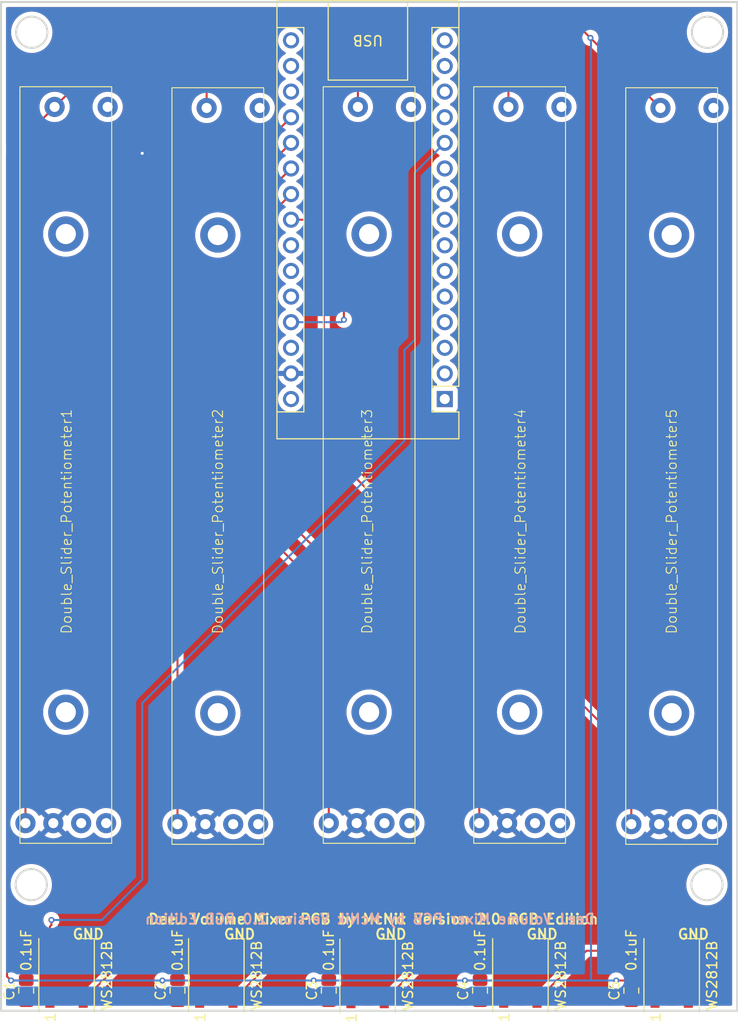
<source format=kicad_pcb>
(kicad_pcb (version 20240108) (generator "pcbnew") (generator_version "8.0")
  (layers (0 "F.Cu" signal) (31 "B.Cu" signal) (34 "B.Paste" user) (35 "F.Paste" user) (36 "B.SilkS" user "B.Silkscreen") (37 "F.SilkS" user "F.Silkscreen") (38 "B.Mask" user) (39 "F.Mask" user) (44 "Edge.Cuts" user))
  (net 0 "")
  (net 5 "Net-(A1-A4)")
  (net 6 "Net-(A1-A1)")
  (net 16 "Net-(A1-A0)")
  (net 18 "Net-(A1-D8)")
  (net 20 "Net-(A1-A2)")
  (net 21 "Net-(A1-A3)")
  (net 44 "GND")
  (net 45 "+5V")
  (net 46 "Net-(D1-VDD)")
  (net 47 "Net-(D2-VDD)")
  (net 48 "Net-(D3-VDD)")
  (net 49 "Net-(D4-VDD)")
  (net 50 "Net-(D5-VDD)")
  (net 51 "Net-(D1-DOUT)")
  (net 52 "Net-(D2-DOUT)")
  (net 53 "Net-(D3-DOUT)")
  (net 54 "Net-(D4-DOUT)")
  (footprint "Capacitor_SMD:C_0805_2012Metric_Pad1.18x1.45mm_HandSolder" (layer "F.Cu") (at 80.5 114.5 90)
    (property "Reference" "C3" (at 0 -1.68 -90) (layer "F.SilkS"))
    (property "Value" "0.1uF" (at 4 0 -90) (layer "F.SilkS"))
    (fp_line (start -0.261252 -0.735) (end 0.261252 -0.735) (stroke (width 0.12)) (layer "F.SilkS"))
    (fp_line (start -0.261252 0.735) (end 0.261252 0.735) (stroke (width 0.12)) (layer "F.SilkS"))
    (pad "1" smd roundrect (at -1.0375 0 90) (size 1.175 1.45) (layers "F.Cu" "F.Paste" "F.Mask") (roundrect_rratio 0.2127659574) (net 48 "Net-(D3-VDD)"))
    (pad "2" smd roundrect (at 1.0375 0 90) (size 1.175 1.45) (layers "F.Cu" "F.Paste" "F.Mask") (roundrect_rratio 0.2127659574) (net 45 "+5V"))
  )
  (footprint "Niks_Footprints:Potentiometer B103 Slider 75x9.1mm" (layer "F.Cu") (at 109.95 100)
    (property "Reference" "Double_Slider_Potentiometer5" (at 4.55 -32 90) (layer "F.SilkS") (effects (font (thickness 0.1))))
    (property "Value" "~")
    (fp_rect (start 0 -75) (end 9.1 0) (stroke (width 0.1)) (fill none) (layer "F.SilkS"))
    (pad "1" thru_hole circle (at 0.55 -2) (size 2 2) (drill 1) (layers "*.Cu" "*.Mask") (net 5 "Net-(A1-A4)"))
    (pad "2" thru_hole circle (at 3.312 -2) (size 2 2) (drill 1) (layers "*.Cu" "*.Mask") (net 44 "GND"))
    (pad "3" thru_hole circle (at 6.074 -2) (size 2 2) (drill 1) (layers "*.Cu" "*.Mask"))
    (pad "4" thru_hole circle (at 8.55 -2) (size 2 2) (drill 1) (layers "*.Cu" "*.Mask"))
    (pad "5" thru_hole circle (at 3.438 -73) (size 2 2) (drill 1) (layers "*.Cu" "*.Mask") (net 45 "+5V"))
    (pad "6" thru_hole circle (at 8.7 -73) (size 2 2) (drill 1) (layers "*.Cu" "*.Mask"))
    (pad "7" thru_hole circle (at 4.55 -13) (size 3.5 3.5) (drill 2) (layers "*.Cu" "*.Mask"))
    (pad "8" thru_hole circle (at 4.55 -60.4) (size 3.5 3.5) (drill 2) (layers "*.Cu" "*.Mask"))
  )
  (footprint "Capacitor_SMD:C_0805_2012Metric_Pad1.18x1.45mm_HandSolder" (layer "F.Cu") (at 65.5 114.5 90)
    (property "Reference" "C2" (at 0 -1.68 -90) (layer "F.SilkS"))
    (property "Value" "0.1uF" (at 4 0 -90) (layer "F.SilkS"))
    (fp_line (start -0.261252 -0.735) (end 0.261252 -0.735) (stroke (width 0.12)) (layer "F.SilkS"))
    (fp_line (start -0.261252 0.735) (end 0.261252 0.735) (stroke (width 0.12)) (layer "F.SilkS"))
    (pad "1" smd roundrect (at -1.0375 0 90) (size 1.175 1.45) (layers "F.Cu" "F.Paste" "F.Mask") (roundrect_rratio 0.2127659574) (net 47 "Net-(D2-VDD)"))
    (pad "2" smd roundrect (at 1.0375 0 90) (size 1.175 1.45) (layers "F.Cu" "F.Paste" "F.Mask") (roundrect_rratio 0.2127659574) (net 45 "+5V"))
  )
  (footprint "Capacitor_SMD:C_0805_2012Metric_Pad1.18x1.45mm_HandSolder" (layer "F.Cu") (at 95.5 114.5 90)
    (property "Reference" "C4" (at 0 -1.68 -90) (layer "F.SilkS"))
    (property "Value" "0.1uF" (at 4 0 -90) (layer "F.SilkS"))
    (fp_line (start -0.261252 -0.735) (end 0.261252 -0.735) (stroke (width 0.12)) (layer "F.SilkS"))
    (fp_line (start -0.261252 0.735) (end 0.261252 0.735) (stroke (width 0.12)) (layer "F.SilkS"))
    (pad "1" smd roundrect (at -1.0375 0 90) (size 1.175 1.45) (layers "F.Cu" "F.Paste" "F.Mask") (roundrect_rratio 0.2127659574) (net 49 "Net-(D4-VDD)"))
    (pad "2" smd roundrect (at 1.0375 0 90) (size 1.175 1.45) (layers "F.Cu" "F.Paste" "F.Mask") (roundrect_rratio 0.2127659574) (net 45 "+5V"))
  )
  (footprint "LED_SMD:LED_WS2812B_PLCC4_5.0x5.0mm_P3.2mm" (layer "F.Cu") (at 99.5 113 90)
    (property "Reference" "D4" (hide yes))
    (property "Value" "WS2812B" (at 0 4 -90) (layer "F.SilkS"))
    (fp_line (start -3.65 -2.75) (end 3.65 -2.75) (stroke (width 0.12)) (layer "F.SilkS"))
    (fp_line (start 3.65 2.75) (end 3.65 1.6) (stroke (width 0.12)) (layer "F.SilkS"))
    (fp_line (start -3.65 2.75) (end 3.65 2.75) (stroke (width 0.12)) (layer "F.SilkS"))
    (fp_text user "1" (at -4.15 -1.6 -90) (layer "F.SilkS"))
    (pad "1" smd rect (at -2.45 -1.65 90) (size 1.5 0.9) (layers "F.Cu" "F.Paste" "F.Mask") (net 49 "Net-(D4-VDD)"))
    (pad "2" smd rect (at -2.45 1.65 90) (size 1.5 0.9) (layers "F.Cu" "F.Paste" "F.Mask") (net 54 "Net-(D4-DOUT)"))
    (pad "3" smd rect (at 2.45 1.65 90) (size 1.5 0.9) (layers "F.Cu" "F.Paste" "F.Mask") (net 44 "GND"))
    (pad "4" smd rect (at 2.45 -1.65 90) (size 1.5 0.9) (layers "F.Cu" "F.Paste" "F.Mask") (net 53 "Net-(D3-DOUT)"))
  )
  (footprint "Module:Arduino_Nano" (layer "F.Cu") (at 92 55.86 180)
    (property "Reference" "A1" (hide yes))
    (property "Value" "Arduino_Nano_v3.x")
    (fp_line (start 16.64 39.5) (end 16.64 -3.94) (stroke (width 0.12)) (layer "F.SilkS"))
    (fp_line (start 16.64 39.5) (end 11.56 39.5) (stroke (width 0.12)) (layer "F.SilkS"))
    (fp_line (start 16.64 -3.94) (end -1.4 -3.94) (stroke (width 0.12)) (layer "F.SilkS"))
    (fp_line (start 13.97 36.83) (end 16.64 36.83) (stroke (width 0.12)) (layer "F.SilkS"))
    (fp_line (start 13.97 -1.27) (end 16.64 -1.27) (stroke (width 0.12)) (layer "F.SilkS"))
    (fp_line (start 13.97 -1.27) (end 13.97 36.83) (stroke (width 0.12)) (layer "F.SilkS"))
    (fp_line (start 11.56 39.5) (end 3.68 39.5) (stroke (width 0.12)) (layer "F.SilkS"))
    (fp_line (start 11.56 31.62) (end 11.56 39.5) (stroke (width 0.12)) (layer "F.SilkS"))
    (fp_line (start 3.68 39.5) (end 3.68 31.62) (stroke (width 0.12)) (layer "F.SilkS"))
    (fp_line (start 3.68 31.62) (end 11.56 31.62) (stroke (width 0.12)) (layer "F.SilkS"))
    (fp_line (start 1.27 36.83) (end -1.4 36.83) (stroke (width 0.12)) (layer "F.SilkS"))
    (fp_line (start 1.27 1.27) (end 1.27 36.83) (stroke (width 0.12)) (layer "F.SilkS"))
    (fp_line (start 1.27 1.27) (end 1.27 -1.27) (stroke (width 0.12)) (layer "F.SilkS"))
    (fp_line (start 1.27 1.27) (end -1.4 1.27) (stroke (width 0.12)) (layer "F.SilkS"))
    (fp_line (start 1.27 -1.27) (end -1.4 -1.27) (stroke (width 0.12)) (layer "F.SilkS"))
    (fp_line (start -1.4 39.5) (end 3.68 39.5) (stroke (width 0.12)) (layer "F.SilkS"))
    (fp_line (start -1.4 1.27) (end -1.4 39.5) (stroke (width 0.12)) (layer "F.SilkS"))
    (fp_line (start -1.4 -3.94) (end -1.4 -1.27) (stroke (width 0.12)) (layer "F.SilkS"))
    (fp_text user "USB" (at 7.62 35.56 180) (layer "F.SilkS"))
    (pad "1" thru_hole rect (at 0 0 180) (size 1.6 1.6) (drill 1) (layers "*.Cu" "*.Mask"))
    (pad "2" thru_hole oval (at 0 2.54 180) (size 1.6 1.6) (drill 1) (layers "*.Cu" "*.Mask"))
    (pad "3" thru_hole oval (at 0 5.08 180) (size 1.6 1.6) (drill 1) (layers "*.Cu" "*.Mask"))
    (pad "4" thru_hole oval (at 0 7.62 180) (size 1.6 1.6) (drill 1) (layers "*.Cu" "*.Mask"))
    (pad "5" thru_hole oval (at 0 10.16 180) (size 1.6 1.6) (drill 1) (layers "*.Cu" "*.Mask"))
    (pad "6" thru_hole oval (at 0 12.7 180) (size 1.6 1.6) (drill 1) (layers "*.Cu" "*.Mask"))
    (pad "7" thru_hole oval (at 0 15.24 180) (size 1.6 1.6) (drill 1) (layers "*.Cu" "*.Mask"))
    (pad "8" thru_hole oval (at 0 17.78 180) (size 1.6 1.6) (drill 1) (layers "*.Cu" "*.Mask"))
    (pad "9" thru_hole oval (at 0 20.32 180) (size 1.6 1.6) (drill 1) (layers "*.Cu" "*.Mask"))
    (pad "10" thru_hole oval (at 0 22.86 180) (size 1.6 1.6) (drill 1) (layers "*.Cu" "*.Mask"))
    (pad "11" thru_hole oval (at 0 25.4 180) (size 1.6 1.6) (drill 1) (layers "*.Cu" "*.Mask") (net 18 "Net-(A1-D8)"))
    (pad "12" thru_hole oval (at 0 27.94 180) (size 1.6 1.6) (drill 1) (layers "*.Cu" "*.Mask"))
    (pad "13" thru_hole oval (at 0 30.48 180) (size 1.6 1.6) (drill 1) (layers "*.Cu" "*.Mask"))
    (pad "14" thru_hole oval (at 0 33.02 180) (size 1.6 1.6) (drill 1) (layers "*.Cu" "*.Mask"))
    (pad "15" thru_hole oval (at 0 35.56 180) (size 1.6 1.6) (drill 1) (layers "*.Cu" "*.Mask"))
    (pad "16" thru_hole oval (at 15.24 35.56 180) (size 1.6 1.6) (drill 1) (layers "*.Cu" "*.Mask"))
    (pad "17" thru_hole oval (at 15.24 33.02 180) (size 1.6 1.6) (drill 1) (layers "*.Cu" "*.Mask"))
    (pad "18" thru_hole oval (at 15.24 30.48 180) (size 1.6 1.6) (drill 1) (layers "*.Cu" "*.Mask"))
    (pad "19" thru_hole oval (at 15.24 27.94 180) (size 1.6 1.6) (drill 1) (layers "*.Cu" "*.Mask") (net 16 "Net-(A1-A0)"))
    (pad "20" thru_hole oval (at 15.24 25.4 180) (size 1.6 1.6) (drill 1) (layers "*.Cu" "*.Mask") (net 6 "Net-(A1-A1)"))
    (pad "21" thru_hole oval (at 15.24 22.86 180) (size 1.6 1.6) (drill 1) (layers "*.Cu" "*.Mask") (net 20 "Net-(A1-A2)"))
    (pad "22" thru_hole oval (at 15.24 20.32 180) (size 1.6 1.6) (drill 1) (layers "*.Cu" "*.Mask") (net 21 "Net-(A1-A3)"))
    (pad "23" thru_hole oval (at 15.24 17.78 180) (size 1.6 1.6) (drill 1) (layers "*.Cu" "*.Mask") (net 5 "Net-(A1-A4)"))
    (pad "24" thru_hole oval (at 15.24 15.24 180) (size 1.6 1.6) (drill 1) (layers "*.Cu" "*.Mask"))
    (pad "25" thru_hole oval (at 15.24 12.7 180) (size 1.6 1.6) (drill 1) (layers "*.Cu" "*.Mask"))
    (pad "26" thru_hole oval (at 15.24 10.16 180) (size 1.6 1.6) (drill 1) (layers "*.Cu" "*.Mask"))
    (pad "27" thru_hole oval (at 15.24 7.62 180) (size 1.6 1.6) (drill 1) (layers "*.Cu" "*.Mask") (net 45 "+5V"))
    (pad "28" thru_hole oval (at 15.24 5.08 180) (size 1.6 1.6) (drill 1) (layers "*.Cu" "*.Mask"))
    (pad "29" thru_hole oval (at 15.24 2.54 180) (size 1.6 1.6) (drill 1) (layers "*.Cu" "*.Mask") (net 44 "GND"))
    (pad "30" thru_hole oval (at 15.24 0 180) (size 1.6 1.6) (drill 1) (layers "*.Cu" "*.Mask"))
  )
  (footprint "LED_SMD:LED_WS2812B_PLCC4_5.0x5.0mm_P3.2mm" (layer "F.Cu") (at 69.35 113 90)
    (property "Reference" "D2" (hide yes))
    (property "Value" "WS2812B" (at 0 4 -90) (layer "F.SilkS"))
    (fp_line (start -3.65 -2.75) (end 3.65 -2.75) (stroke (width 0.12)) (layer "F.SilkS"))
    (fp_line (start 3.65 2.75) (end 3.65 1.6) (stroke (width 0.12)) (layer "F.SilkS"))
    (fp_line (start -3.65 2.75) (end 3.65 2.75) (stroke (width 0.12)) (layer "F.SilkS"))
    (fp_text user "1" (at -4.15 -1.6 -90) (layer "F.SilkS"))
    (pad "1" smd rect (at -2.45 -1.65 90) (size 1.5 0.9) (layers "F.Cu" "F.Paste" "F.Mask") (net 47 "Net-(D2-VDD)"))
    (pad "2" smd rect (at -2.45 1.65 90) (size 1.5 0.9) (layers "F.Cu" "F.Paste" "F.Mask") (net 52 "Net-(D2-DOUT)"))
    (pad "3" smd rect (at 2.45 1.65 90) (size 1.5 0.9) (layers "F.Cu" "F.Paste" "F.Mask") (net 44 "GND"))
    (pad "4" smd rect (at 2.45 -1.65 90) (size 1.5 0.9) (layers "F.Cu" "F.Paste" "F.Mask") (net 51 "Net-(D1-DOUT)"))
  )
  (footprint "LED_SMD:LED_WS2812B_PLCC4_5.0x5.0mm_P3.2mm" (layer "F.Cu") (at 84.35 113.05 90)
    (property "Reference" "D3" (hide yes))
    (property "Value" "WS2812B" (at 0 4 -90) (layer "F.SilkS"))
    (fp_line (start -3.65 -2.75) (end 3.65 -2.75) (stroke (width 0.12)) (layer "F.SilkS"))
    (fp_line (start 3.65 2.75) (end 3.65 1.6) (stroke (width 0.12)) (layer "F.SilkS"))
    (fp_line (start -3.65 2.75) (end 3.65 2.75) (stroke (width 0.12)) (layer "F.SilkS"))
    (fp_text user "1" (at -4.15 -1.6 -90) (layer "F.SilkS"))
    (pad "1" smd rect (at -2.45 -1.65 90) (size 1.5 0.9) (layers "F.Cu" "F.Paste" "F.Mask") (net 48 "Net-(D3-VDD)"))
    (pad "2" smd rect (at -2.45 1.65 90) (size 1.5 0.9) (layers "F.Cu" "F.Paste" "F.Mask") (net 53 "Net-(D3-DOUT)"))
    (pad "3" smd rect (at 2.45 1.65 90) (size 1.5 0.9) (layers "F.Cu" "F.Paste" "F.Mask") (net 44 "GND"))
    (pad "4" smd rect (at 2.45 -1.65 90) (size 1.5 0.9) (layers "F.Cu" "F.Paste" "F.Mask") (net 52 "Net-(D2-DOUT)"))
  )
  (footprint "Capacitor_SMD:C_0805_2012Metric_Pad1.18x1.45mm_HandSolder" (layer "F.Cu") (at 110.5 114.5 90)
    (property "Reference" "C5" (at 0 -1.68 -90) (layer "F.SilkS"))
    (property "Value" "0.1uF" (at 4 0 -90) (layer "F.SilkS"))
    (fp_line (start -0.261252 -0.735) (end 0.261252 -0.735) (stroke (width 0.12)) (layer "F.SilkS"))
    (fp_line (start -0.261252 0.735) (end 0.261252 0.735) (stroke (width 0.12)) (layer "F.SilkS"))
    (pad "1" smd roundrect (at -1.0375 0 90) (size 1.175 1.45) (layers "F.Cu" "F.Paste" "F.Mask") (roundrect_rratio 0.2127659574) (net 50 "Net-(D5-VDD)"))
    (pad "2" smd roundrect (at 1.0375 0 90) (size 1.175 1.45) (layers "F.Cu" "F.Paste" "F.Mask") (roundrect_rratio 0.2127659574) (net 45 "+5V"))
  )
  (footprint "Niks_Footprints:Potentiometer B103 Slider 75x9.1mm" (layer "F.Cu") (at 64.95 100)
    (property "Reference" "Double_Slider_Potentiometer2" (at 4.55 -32 90) (layer "F.SilkS") (effects (font (thickness 0.1))))
    (property "Value" "~")
    (fp_rect (start 0 -75) (end 9.1 0) (stroke (width 0.1)) (fill none) (layer "F.SilkS"))
    (pad "1" thru_hole circle (at 0.55 -2) (size 2 2) (drill 1) (layers "*.Cu" "*.Mask") (net 6 "Net-(A1-A1)"))
    (pad "2" thru_hole circle (at 3.312 -2) (size 2 2) (drill 1) (layers "*.Cu" "*.Mask") (net 44 "GND"))
    (pad "3" thru_hole circle (at 6.074 -2) (size 2 2) (drill 1) (layers "*.Cu" "*.Mask"))
    (pad "4" thru_hole circle (at 8.55 -2) (size 2 2) (drill 1) (layers "*.Cu" "*.Mask"))
    (pad "5" thru_hole circle (at 3.438 -73) (size 2 2) (drill 1) (layers "*.Cu" "*.Mask") (net 45 "+5V"))
    (pad "6" thru_hole circle (at 8.7 -73) (size 2 2) (drill 1) (layers "*.Cu" "*.Mask"))
    (pad "7" thru_hole circle (at 4.55 -13) (size 3.5 3.5) (drill 2) (layers "*.Cu" "*.Mask"))
    (pad "8" thru_hole circle (at 4.55 -60.4) (size 3.5 3.5) (drill 2) (layers "*.Cu" "*.Mask"))
  )
  (footprint "Niks_Footprints:Potentiometer B103 Slider 75x9.1mm" (layer "F.Cu") (at 49.875 99.9)
    (property "Reference" "Double_Slider_Potentiometer1" (at 4.625 -31.9 90) (layer "F.SilkS") (effects (font (thickness 0.1))))
    (property "Value" "~")
    (fp_rect (start 0 -75) (end 9.1 0) (stroke (width 0.1)) (fill none) (layer "F.SilkS"))
    (pad "1" thru_hole circle (at 0.55 -2) (size 2 2) (drill 1) (layers "*.Cu" "*.Mask") (net 16 "Net-(A1-A0)"))
    (pad "2" thru_hole circle (at 3.312 -2) (size 2 2) (drill 1) (layers "*.Cu" "*.Mask") (net 44 "GND"))
    (pad "3" thru_hole circle (at 6.074 -2) (size 2 2) (drill 1) (layers "*.Cu" "*.Mask"))
    (pad "4" thru_hole circle (at 8.55 -2) (size 2 2) (drill 1) (layers "*.Cu" "*.Mask"))
    (pad "5" thru_hole circle (at 3.438 -73) (size 2 2) (drill 1) (layers "*.Cu" "*.Mask") (net 45 "+5V"))
    (pad "6" thru_hole circle (at 8.7 -73) (size 2 2) (drill 1) (layers "*.Cu" "*.Mask"))
    (pad "7" thru_hole circle (at 4.55 -13) (size 3.5 3.5) (drill 2) (layers "*.Cu" "*.Mask"))
    (pad "8" thru_hole circle (at 4.55 -60.4) (size 3.5 3.5) (drill 2) (layers "*.Cu" "*.Mask"))
  )
  (footprint "LED_SMD:LED_WS2812B_PLCC4_5.0x5.0mm_P3.2mm" (layer "F.Cu") (at 54.5 113 90)
    (property "Reference" "D1" (hide yes))
    (property "Value" "WS2812B" (at 0 4 -90) (layer "F.SilkS"))
    (fp_line (start -3.65 -2.75) (end 3.65 -2.75) (stroke (width 0.12)) (layer "F.SilkS"))
    (fp_line (start 3.65 2.75) (end 3.65 1.6) (stroke (width 0.12)) (layer "F.SilkS"))
    (fp_line (start -3.65 2.75) (end 3.65 2.75) (stroke (width 0.12)) (layer "F.SilkS"))
    (fp_text user "1" (at -4.15 -1.6 -90) (layer "F.SilkS"))
    (pad "1" smd rect (at -2.45 -1.65 90) (size 1.5 0.9) (layers "F.Cu" "F.Paste" "F.Mask") (net 46 "Net-(D1-VDD)"))
    (pad "2" smd rect (at -2.45 1.65 90) (size 1.5 0.9) (layers "F.Cu" "F.Paste" "F.Mask") (net 51 "Net-(D1-DOUT)"))
    (pad "3" smd rect (at 2.45 1.65 90) (size 1.5 0.9) (layers "F.Cu" "F.Paste" "F.Mask") (net 44 "GND"))
    (pad "4" smd rect (at 2.45 -1.65 90) (size 1.5 0.9) (layers "F.Cu" "F.Paste" "F.Mask") (net 18 "Net-(A1-D8)"))
  )
  (footprint "LED_SMD:LED_WS2812B_PLCC4_5.0x5.0mm_P3.2mm" (layer "F.Cu") (at 114.5 113 90)
    (property "Reference" "D5" (hide yes))
    (property "Value" "WS2812B" (at 0 4 -90) (layer "F.SilkS"))
    (fp_line (start -3.65 -2.75) (end 3.65 -2.75) (stroke (width 0.12)) (layer "F.SilkS"))
    (fp_line (start 3.65 2.75) (end 3.65 1.6) (stroke (width 0.12)) (layer "F.SilkS"))
    (fp_line (start -3.65 2.75) (end 3.65 2.75) (stroke (width 0.12)) (layer "F.SilkS"))
    (fp_text user "1" (at -4.15 -1.6 -90) (layer "F.SilkS"))
    (pad "1" smd rect (at -2.45 -1.65 90) (size 1.5 0.9) (layers "F.Cu" "F.Paste" "F.Mask") (net 50 "Net-(D5-VDD)"))
    (pad "2" smd rect (at -2.45 1.65 90) (size 1.5 0.9) (layers "F.Cu" "F.Paste" "F.Mask"))
    (pad "3" smd rect (at 2.45 1.65 90) (size 1.5 0.9) (layers "F.Cu" "F.Paste" "F.Mask") (net 44 "GND"))
    (pad "4" smd rect (at 2.45 -1.65 90) (size 1.5 0.9) (layers "F.Cu" "F.Paste" "F.Mask") (net 54 "Net-(D4-DOUT)"))
  )
  (footprint "Niks_Footprints:Potentiometer B103 Slider 75x9.1mm" (layer "F.Cu") (at 94.875 99.9)
    (property "Reference" "Double_Slider_Potentiometer4" (at 4.625 -31.9 90) (layer "F.SilkS") (effects (font (thickness 0.1))))
    (property "Value" "~")
    (fp_rect (start 0 -75) (end 9.1 0) (stroke (width 0.1)) (fill none) (layer "F.SilkS"))
    (pad "1" thru_hole circle (at 0.55 -2) (size 2 2) (drill 1) (layers "*.Cu" "*.Mask") (net 21 "Net-(A1-A3)"))
    (pad "2" thru_hole circle (at 3.312 -2) (size 2 2) (drill 1) (layers "*.Cu" "*.Mask") (net 44 "GND"))
    (pad "3" thru_hole circle (at 6.074 -2) (size 2 2) (drill 1) (layers "*.Cu" "*.Mask"))
    (pad "4" thru_hole circle (at 8.55 -2) (size 2 2) (drill 1) (layers "*.Cu" "*.Mask"))
    (pad "5" thru_hole circle (at 3.438 -73) (size 2 2) (drill 1) (layers "*.Cu" "*.Mask") (net 45 "+5V"))
    (pad "6" thru_hole circle (at 8.7 -73) (size 2 2) (drill 1) (layers "*.Cu" "*.Mask"))
    (pad "7" thru_hole circle (at 4.55 -13) (size 3.5 3.5) (drill 2) (layers "*.Cu" "*.Mask"))
    (pad "8" thru_hole circle (at 4.55 -60.4) (size 3.5 3.5) (drill 2) (layers "*.Cu" "*.Mask"))
  )
  (footprint "Capacitor_SMD:C_0805_2012Metric_Pad1.18x1.45mm_HandSolder" (layer "F.Cu") (at 50.5 114.5 90)
    (property "Reference" "C1" (at 0 -1.68 -90) (layer "F.SilkS"))
    (property "Value" "0.1uF" (at 4 0 -90) (layer "F.SilkS"))
    (fp_line (start -0.261252 -0.735) (end 0.261252 -0.735) (stroke (width 0.12)) (layer "F.SilkS"))
    (fp_line (start -0.261252 0.735) (end 0.261252 0.735) (stroke (width 0.12)) (layer "F.SilkS"))
    (pad "1" smd roundrect (at -1.0375 0 90) (size 1.175 1.45) (layers "F.Cu" "F.Paste" "F.Mask") (roundrect_rratio 0.2127659574) (net 46 "Net-(D1-VDD)"))
    (pad "2" smd roundrect (at 1.0375 0 90) (size 1.175 1.45) (layers "F.Cu" "F.Paste" "F.Mask") (roundrect_rratio 0.2127659574) (net 45 "+5V"))
  )
  (footprint "Niks_Footprints:Potentiometer B103 Slider 75x9.1mm" (layer "F.Cu") (at 79.95 99.9)
    (property "Reference" "Double_Slider_Potentiometer3" (at 4.35 -31.9 90) (layer "F.SilkS") (effects (font (thickness 0.1))))
    (property "Value" "~")
    (fp_rect (start 0 -75) (end 9.1 0) (stroke (width 0.1)) (fill none) (layer "F.SilkS"))
    (pad "1" thru_hole circle (at 0.55 -2) (size 2 2) (drill 1) (layers "*.Cu" "*.Mask") (net 20 "Net-(A1-A2)"))
    (pad "2" thru_hole circle (at 3.312 -2) (size 2 2) (drill 1) (layers "*.Cu" "*.Mask") (net 44 "GND"))
    (pad "3" thru_hole circle (at 6.074 -2) (size 2 2) (drill 1) (layers "*.Cu" "*.Mask"))
    (pad "4" thru_hole circle (at 8.55 -2) (size 2 2) (drill 1) (layers "*.Cu" "*.Mask"))
    (pad "5" thru_hole circle (at 3.438 -73) (size 2 2) (drill 1) (layers "*.Cu" "*.Mask") (net 45 "+5V"))
    (pad "6" thru_hole circle (at 8.7 -73) (size 2 2) (drill 1) (layers "*.Cu" "*.Mask"))
    (pad "7" thru_hole circle (at 4.55 -13) (size 3.5 3.5) (drill 2) (layers "*.Cu" "*.Mask"))
    (pad "8" thru_hole circle (at 4.55 -60.4) (size 3.5 3.5) (drill 2) (layers "*.Cu" "*.Mask"))
  )
  (gr_circle (center 51 104) (end 52.55 104) (stroke (width 0.2)) (fill none) (layer "Edge.Cuts"))
  (gr_circle (center 51.05 19.5) (end 52.6 19.5) (stroke (width 0.2)) (fill none) (layer "Edge.Cuts"))
  (gr_rect (start 48 16.5) (end 121 116.5) (stroke (width 0.2)) (fill none) (layer "Edge.Cuts"))
  (gr_circle (center 118 104) (end 119.55 104) (stroke (width 0.2)) (fill none) (layer "Edge.Cuts"))
  (gr_circle (center 118.05 19.5) (end 119.6 19.5) (stroke (width 0.2)) (fill none) (layer "Edge.Cuts"))
  (gr_text "DeeJ Volume Mixer PCB by McNik Version 2.0 RGB Edition" (at 107 108 0) (layer "B.SilkS") (effects (font (size 1 1) (thickness 0.2) (bold yes)) (justify left bottom mirror)))
  (gr_text "GND" (at 55 109.5 0) (layer "F.SilkS") (effects (font (size 1 1) (thickness 0.2) (bold yes)) (justify left bottom)))
  (gr_text "DeeJ Volume Mixer PCB by McNik Version 2.0 RGB Edition" (at 62.5 108 0) (layer "F.SilkS") (effects (font (size 1 1) (thickness 0.2) (bold yes)) (justify left bottom)))
  (gr_text "GND" (at 100 109.5 0) (layer "F.SilkS") (effects (font (size 1 1) (thickness 0.2) (bold yes)) (justify left bottom)))
  (gr_text "GND" (at 115 109.5 0) (layer "F.SilkS") (effects (font (size 1 1) (thickness 0.2) (bold yes)) (justify left bottom)))
  (gr_text "GND" (at 85 109.5 0) (layer "F.SilkS") (effects (font (size 1 1) (thickness 0.2) (bold yes)) (justify left bottom)))
  (gr_text "GND" (at 70 109.5 0) (layer "F.SilkS") (effects (font (size 1 1) (thickness 0.2) (bold yes)) (justify left bottom)))
  (segment (start 110.5 91) (end 80 60.5) (width 0.2) (layer "F.Cu") (net 5))
  (segment (start 78.08 38.08) (end 76.76 38.08) (width 0.2) (layer "F.Cu") (net 5))
  (segment (start 80 40) (end 78.08 38.08) (width 0.2) (layer "F.Cu") (net 5))
  (segment (start 110.5 98) (end 110.5 91) (width 0.2) (layer "F.Cu") (net 5))
  (segment (start 80 60.5) (end 80 40) (width 0.2) (layer "F.Cu") (net 5))
  (segment (start 72.5 41.5) (end 72.5 34.72) (width 0.2) (layer "F.Cu") (net 6))
  (segment (start 65.5 98) (end 65.5 48.5) (width 0.2) (layer "F.Cu") (net 6))
  (segment (start 72.5 34.72) (end 76.76 30.46) (width 0.2) (layer "F.Cu") (net 6))
  (segment (start 65.5 48.5) (end 72.5 41.5) (width 0.2) (layer "F.Cu") (net 6))
  (segment (start 50.425 54.255) (end 76.76 27.92) (width 0.2) (layer "F.Cu") (net 16))
  (segment (start 50.425 97.9) (end 50.425 54.255) (width 0.2) (layer "F.Cu") (net 16))
  (segment (start 53 107.5) (end 53 108) (width 0.2) (layer "F.Cu") (net 18))
  (segment (start 53 108) (end 52.85 108.15) (width 0.2) (layer "F.Cu") (net 18))
  (segment (start 52.85 108.15) (end 52.85 110.55) (width 0.2) (layer "F.Cu") (net 18))
  (via (at 53 107.5) (size 0.6) (drill 0.3) (layers "F.Cu" "B.Cu") (net 18))
  (segment (start 88 60) (end 62 86) (width 0.2) (layer "B.Cu") (net 18))
  (segment (start 58 107.5) (end 53 107.5) (width 0.2) (layer "B.Cu") (net 18))
  (segment (start 92 30.46) (end 89 33.46) (width 0.2) (layer "B.Cu") (net 18))
  (segment (start 62 103.5) (end 58 107.5) (width 0.2) (layer "B.Cu") (net 18))
  (segment (start 89 50) (end 88 51) (width 0.2) (layer "B.Cu") (net 18))
  (segment (start 62 86) (end 62 103.5) (width 0.2) (layer "B.Cu") (net 18))
  (segment (start 89 33.46) (end 89 50) (width 0.2) (layer "B.Cu") (net 18))
  (segment (start 88 51) (end 88 60) (width 0.2) (layer "B.Cu") (net 18))
  (segment (start 73.5 36.26) (end 76.76 33) (width 0.2) (layer "F.Cu") (net 20))
  (segment (start 80.5 97.9) (end 80.1 97.9) (width 0.2) (layer "F.Cu") (net 20))
  (segment (start 80.1 97.9) (end 80 98) (width 0.2) (layer "F.Cu") (net 20))
  (segment (start 80.5 97.9) (end 80.5 75.5) (width 0.2) (layer "F.Cu") (net 20))
  (segment (start 73.5 68.5) (end 73.5 36.26) (width 0.2) (layer "F.Cu") (net 20))
  (segment (start 80.5 75.5) (end 73.5 68.5) (width 0.2) (layer "F.Cu") (net 20))
  (segment (start 95.425 86.925) (end 95.425 97.9) (width 0.2) (layer "F.Cu") (net 21))
  (segment (start 74.5 37.5) (end 74.5 66) (width 0.2) (layer "F.Cu") (net 21))
  (segment (start 76.76 35.54) (end 74.8 37.5) (width 0.2) (layer "F.Cu") (net 21))
  (segment (start 74.5 66) (end 95.425 86.925) (width 0.2) (layer "F.Cu") (net 21))
  (segment (start 74.8 37.5) (end 74.5 37.5) (width 0.2) (layer "F.Cu") (net 21))
  (via (at 62 31.5) (size 0.6) (drill 0.3) (layers "F.Cu" "B.Cu") (net 44))
  (segment (start 50.4625 113.5) (end 50.5 113.4625) (width 0.2) (layer "F.Cu") (net 45))
  (segment (start 95.4625 113.5) (end 95.5 113.4625) (width 0.2) (layer "F.Cu") (net 45))
  (segment (start 48.6 31.613) (end 48.6 113.1) (width 0.2) (layer "F.Cu") (net 45))
  (segment (start 110.4625 113.5) (end 110.5 113.4625) (width 0.2) (layer "F.Cu") (net 45))
  (segment (start 106.444 20.056) (end 113.388 27) (width 0.2) (layer "F.Cu") (net 45))
  (segment (start 68.388 27) (end 68.388 18.612) (width 0.2) (layer "F.Cu") (net 45))
  (segment (start 83.388 18.612) (end 83.5 18.5) (width 0.2) (layer "F.Cu") (net 45))
  (segment (start 98.5 18.5) (end 104.888 18.5) (width 0.2) (layer "F.Cu") (net 45))
  (segment (start 64 113.5) (end 65.4625 113.5) (width 0.2) (layer "F.Cu") (net 45))
  (segment (start 83.388 26.9) (end 83.388 18.612) (width 0.2) (layer "F.Cu") (net 45))
  (segment (start 83.5 18.5) (end 98.5 18.5) (width 0.2) (layer "F.Cu") (net 45))
  (segment (start 68.5 18.5) (end 80 18.5) (width 0.2) (layer "F.Cu") (net 45))
  (segment (start 109 113.5) (end 110.4625 113.5) (width 0.2) (layer "F.Cu") (net 45))
  (segment (start 98.313 18.687) (end 98.5 18.5) (width 0.2) (layer "F.Cu") (net 45))
  (segment (start 49 113.5) (end 50.4625 113.5) (width 0.2) (layer "F.Cu") (net 45))
  (segment (start 80.4625 113.5) (end 80.5 113.4625) (width 0.2) (layer "F.Cu") (net 45))
  (segment (start 68.388 18.612) (end 68.5 18.5) (width 0.2) (layer "F.Cu") (net 45))
  (segment (start 53.313 26.9) (end 48.6 31.613) (width 0.2) (layer "F.Cu") (net 45))
  (segment (start 79 113.5) (end 80.4625 113.5) (width 0.2) (layer "F.Cu") (net 45))
  (segment (start 48.6 113.1) (end 49 113.5) (width 0.2) (layer "F.Cu") (net 45))
  (segment (start 80 18.5) (end 83.5 18.5) (width 0.2) (layer "F.Cu") (net 45))
  (segment (start 98.313 26.9) (end 98.313 18.687) (width 0.2) (layer "F.Cu") (net 45))
  (segment (start 80.5 37) (end 80.5 19) (width 0.2) (layer "F.Cu") (net 45))
  (segment (start 65.4625 113.5) (end 65.5 113.4625) (width 0.2) (layer "F.Cu") (net 45))
  (segment (start 94 113.5) (end 95.4625 113.5) (width 0.2) (layer "F.Cu") (net 45))
  (segment (start 104.888 18.5) (end 106.444 20.056) (width 0.2) (layer "F.Cu") (net 45))
  (segment (start 80.5 19) (end 80 18.5) (width 0.2) (layer "F.Cu") (net 45))
  (segment (start 82 38.5) (end 80.5 37) (width 0.2) (layer "F.Cu") (net 45))
  (segment (start 82 48) (end 82 38.5) (width 0.2) (layer "F.Cu") (net 45))
  (segment (start 53.313 26.9) (end 61.713 18.5) (width 0.2) (layer "F.Cu") (net 45))
  (segment (start 61.713 18.5) (end 68.5 18.5) (width 0.2) (layer "F.Cu") (net 45))
  (via (at 79 113.5) (size 0.6) (drill 0.3) (layers "F.Cu" "B.Cu") (net 45))
  (via (at 49 113.5) (size 0.6) (drill 0.3) (layers "F.Cu" "B.Cu") (net 45))
  (via (at 94 113.5) (size 0.6) (drill 0.3) (layers "F.Cu" "B.Cu") (net 45))
  (via (at 64 113.5) (size 0.6) (drill 0.3) (layers "F.Cu" "B.Cu") (net 45))
  (via (at 82 48) (size 0.6) (drill 0.3) (layers "F.Cu" "B.Cu") (net 45))
  (via (at 109 113.5) (size 0.6) (drill 0.3) (layers "F.Cu" "B.Cu") (net 45))
  (via (at 106.444 20.056) (size 0.6) (drill 0.3) (layers "F.Cu" "B.Cu") (net 45))
  (segment (start 106.5 103.5) (end 106.5 20.112) (width 0.2) (layer "B.Cu") (net 45))
  (segment (start 94 113.5) (end 79 113.5) (width 0.2) (layer "B.Cu") (net 45))
  (segment (start 106.5 103.5) (end 106.5 104) (width 0.2) (layer "B.Cu") (net 45))
  (segment (start 106.5 104) (end 106.5 113.5) (width 0.2) (layer "B.Cu") (net 45))
  (segment (start 106.5 20.112) (end 106.444 20.056) (width 0.2) (layer "B.Cu") (net 45))
  (segment (start 79 113.5) (end 64 113.5) (width 0.2) (layer "B.Cu") (net 45))
  (segment (start 82 48) (end 81.76 48.24) (width 0.2) (layer "B.Cu") (net 45))
  (segment (start 81.76 48.24) (end 76.76 48.24) (width 0.2) (layer "B.Cu") (net 45))
  (segment (start 49 113.5) (end 49.5 113.5) (width 0.2) (layer "B.Cu") (net 45))
  (segment (start 64 113.5) (end 49 113.5) (width 0.2) (layer "B.Cu") (net 45))
  (segment (start 106.5 113.5) (end 94 113.5) (width 0.2) (layer "B.Cu") (net 45))
  (segment (start 106.5 113.5) (end 109 113.5) (width 0.2) (layer "B.Cu") (net 45))
  (segment (start 50.5 115.5375) (end 52.7625 115.5375) (width 0.2) (layer "F.Cu") (net 46))
  (segment (start 52.7625 115.5375) (end 52.85 115.45) (width 0.2) (layer "F.Cu") (net 46))
  (segment (start 67.6125 115.5375) (end 67.7 115.45) (width 0.2) (layer "F.Cu") (net 47))
  (segment (start 65.5 115.5375) (end 67.6125 115.5375) (width 0.2) (layer "F.Cu") (net 47))
  (segment (start 80.5 115.5375) (end 82.6625 115.5375) (width 0.2) (layer "F.Cu") (net 48))
  (segment (start 82.6625 115.5375) (end 82.7 115.5) (width 0.2) (layer "F.Cu") (net 48))
  (segment (start 97.7625 115.5375) (end 97.85 115.45) (width 0.2) (layer "F.Cu") (net 49))
  (segment (start 95.5 115.5375) (end 97.7625 115.5375) (width 0.2) (layer "F.Cu") (net 49))
  (segment (start 112.7625 115.5375) (end 112.85 115.45) (width 0.2) (layer "F.Cu") (net 50))
  (segment (start 110.5 115.5375) (end 112.7625 115.5375) (width 0.2) (layer "F.Cu") (net 50))
  (segment (start 56.15 115.45) (end 61.05 110.55) (width 0.2) (layer "F.Cu") (net 51))
  (segment (start 61.05 110.55) (end 67.7 110.55) (width 0.2) (layer "F.Cu") (net 51))
  (segment (start 75.85 110.6) (end 82.7 110.6) (width 0.2) (layer "F.Cu") (net 52))
  (segment (start 71 115.45) (end 75.85 110.6) (width 0.2) (layer "F.Cu") (net 52))
  (segment (start 86 115.5) (end 90.95 110.55) (width 0.2) (layer "F.Cu") (net 53))
  (segment (start 90.95 110.55) (end 97.85 110.55) (width 0.2) (layer "F.Cu") (net 53))
  (segment (start 101.15 115.45) (end 106.05 110.55) (width 0.2) (layer "F.Cu") (net 54))
  (segment (start 106.05 110.55) (end 112.85 110.55) (width 0.2) (layer "F.Cu") (net 54))
  (zone (net 44) (net_name "GND") (layer "F.Cu") (connect_pads (clearance 0.5)) (min_thickness 0.25) (fill yes (thermal_gap 0.5) (thermal_bridge_width 0.5))
    (polygon (pts (xy 48 116.5) (xy 121 116.5) (xy 121 16.5) (xy 48 16.5)))
  )
  (zone (net 44) (net_name "GND") (layer "B.Cu") (priority 1) (connect_pads (clearance 0.5)) (min_thickness 0.25) (fill yes (thermal_gap 0.5) (thermal_bridge_width 0.5))
    (polygon (pts (xy 48 16.5) (xy 48.008427 116.5) (xy 121.008427 116.5) (xy 121 16.5)))
  )
)
</source>
